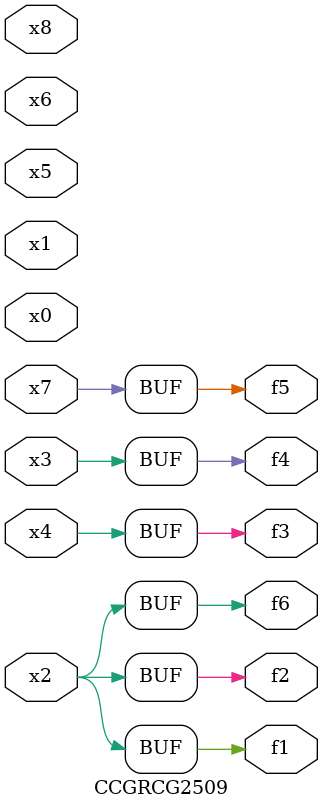
<source format=v>
module CCGRCG2509(
	input x0, x1, x2, x3, x4, x5, x6, x7, x8,
	output f1, f2, f3, f4, f5, f6
);
	assign f1 = x2;
	assign f2 = x2;
	assign f3 = x4;
	assign f4 = x3;
	assign f5 = x7;
	assign f6 = x2;
endmodule

</source>
